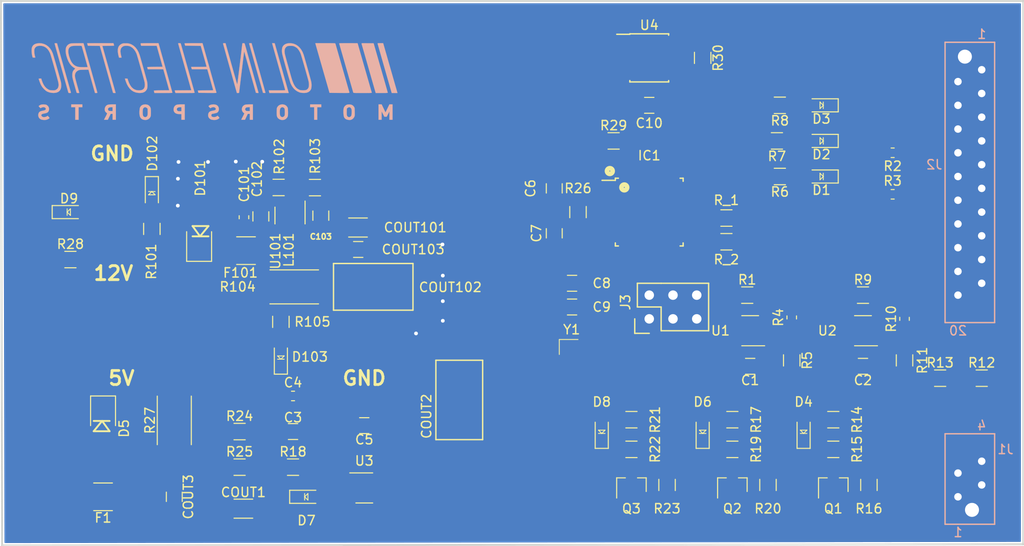
<source format=kicad_pcb>
(kicad_pcb (version 20171130) (host pcbnew 5.1.4-e60b266~84~ubuntu18.04.1)
  (layers (0 F.Cu signal) (31 B.Cu signal hide) (34 B.Paste user) (35 F.Paste user) (36 B.SilkS user) (37 F.SilkS user) (38 B.Mask user) (39 F.Mask user) (44 Edge.Cuts user))
  (net 0 "")
  (net 1 GND)
  (net 2 /12V)
  (net 3 VCC)
  (net 4 "Net-(C101-Pad1)")
  (net 5 "Net-(C103-Pad2)")
  (net 6 "Net-(C103-Pad1)")
  (net 7 "Net-(COUT101-Pad1)")
  (net 8 "Net-(D102-Pad2)")
  (net 9 "Net-(D103-Pad2)")
  (net 10 "Net-(R102-Pad1)")
  (net 11 "Net-(C3-Pad1)")
  (net 12 "Net-(C5-Pad1)")
  (net 13 "Net-(C5-Pad2)")
  (net 14 "Net-(C7-Pad1)")
  (net 15 "Net-(C8-Pad1)")
  (net 16 "Net-(C9-Pad1)")
  (net 17 "Net-(COUT1-Pad1)")
  (net 18 "Net-(D1-Pad1)")
  (net 19 /PROGRAMMINGLED1)
  (net 20 "Net-(D2-Pad1)")
  (net 21 /PROGRAMMINGLED2)
  (net 22 /PROGRAMMINGLED3)
  (net 23 "Net-(D3-Pad1)")
  (net 24 "Net-(D4-Pad2)")
  (net 25 +12V)
  (net 26 "Net-(D6-Pad2)")
  (net 27 "Net-(D7-Pad2)")
  (net 28 "Net-(D8-Pad2)")
  (net 29 "Net-(D9-Pad2)")
  (net 30 /MISO)
  (net 31 /MOSI)
  (net 32 "Net-(IC1-Pad3)")
  (net 33 /TXCAN)
  (net 34 /RXCAN)
  (net 35 "Net-(IC1-Pad8)")
  (net 36 "Net-(IC1-Pad9)")
  (net 37 /SCK)
  (net 38 /DRIVE_MODE_SENSE)
  (net 39 "Net-(IC1-Pad14)")
  (net 40 "Net-(IC1-Pad15)")
  (net 41 "Net-(IC1-Pad16)")
  (net 42 /THROTTLE1SENSING)
  (net 43 /THROTTLE2SENSING)
  (net 44 "Net-(IC1-Pad21)")
  (net 45 "Net-(IC1-Pad25)")
  (net 46 /SS_ESTOP_OUT)
  (net 47 /SS_INERTIA_OUT)
  (net 48 /SS_BOTS_OUT)
  (net 49 "Net-(IC1-Pad29)")
  (net 50 "Net-(IC1-Pad30)")
  (net 51 /RESET)
  (net 52 "Net-(IC1-Pad32)")
  (net 53 /SS_COCKPIT_ESTOP)
  (net 54 /SS_BOTS)
  (net 55 /SS_INERTIA_SWITCH)
  (net 56 /CANH)
  (net 57 /CANL)
  (net 58 "Net-(J2-Pad10)")
  (net 59 /THROTTLE1_RIGHT_SENSE)
  (net 60 "Net-(J2-Pad13)")
  (net 61 /THROTTLE2_LEFT_SENSE)
  (net 62 /LED1)
  (net 63 /LED2)
  (net 64 "Net-(R4-Pad2)")
  (net 65 "Net-(R10-Pad2)")
  (net 66 /GND_DRIVEMODE)
  (net 67 "Net-(R24-Pad1)")
  (net 68 "Net-(U4-Pad5)")
  (module footprints:R_0805_OEM (layer F.Cu) (at 187.325 124.46)
    (fp_text reference R15 (at 2.54 0 90) (layer F.SilkS))
    (fp_text value R_100k hide)
    (pad 1 smd rect (at -0.95 0) (size 0.7 1.3) (layers F.Cu F.Paste F.Mask) (net 55 /SS_INERTIA_SWITCH))
    (pad 2 smd rect (at 0.95 0) (size 0.7 1.3) (layers F.Cu F.Paste F.Mask) (net 1 GND))
  )
  (module footprints:phoenix (layer B.Cu) (at 242.57 101.6 180)
    (fp_text reference G*** hide)
    (fp_text value LOGO hide)
  )
  (module footprints:Fuse_1812 (layer F.Cu) (at 135.3693 107.061)
    (fp_text reference COUT102 (at 10.9957 0.049) (layer F.SilkS))
    (fp_text value C_33uF hide)
    (pad 1 smd rect (at 0 0) (size 1.78 3.5) (layers F.Cu F.Paste F.Mask) (net 7 "Net-(COUT101-Pad1)"))
    (pad 2 smd rect (at 5.28 0) (size 1.78 3.5) (layers F.Cu F.Paste F.Mask) (net 1 GND))
  )
  (module footprints:C_0805_OEM (layer F.Cu) (at 132.5118 99.441 90)
    (fp_text reference C103 (at -2.244 0.0032) (layer F.SilkS) (effects (font (size 0.6 0.6))))
    (fp_text value C_0.1uF hide)
    (pad 2 smd rect (at 1 0 90) (size 1 1.25) (layers F.Cu F.Paste F.Mask) (net 5 "Net-(C103-Pad2)"))
    (pad 1 smd rect (at -1 0 90) (size 1 1.25) (layers F.Cu F.Paste F.Mask) (net 6 "Net-(C103-Pad1)"))
  )
  (module footprints:C_0805_OEM (layer F.Cu) (at 126.0983 99.5205 90)
    (fp_text reference C102 (at 3.9855 -0.4083 270) (layer F.SilkS))
    (fp_text value C_2.2uF hide)
    (pad 1 smd rect (at -1 0 90) (size 1 1.25) (layers F.Cu F.Paste F.Mask) (net 4 "Net-(C101-Pad1)"))
    (pad 2 smd rect (at 1 0 90) (size 1 1.25) (layers F.Cu F.Paste F.Mask) (net 1 GND))
  )
  (module footprints:C_0603_1608Metric (layer F.Cu) (at 124.29236 99.61118 90)
    (fp_text reference C101 (at 3.52618 0.02264 270) (layer F.SilkS))
    (fp_text value C_0.1uF hide)
    (pad 1 smd roundrect (at -0.7875 0 90) (size 0.875 0.95) (layers F.Cu F.Paste F.Mask) (net 4 "Net-(C101-Pad1)"))
    (pad 2 smd roundrect (at 0.7875 0 90) (size 0.875 0.95) (layers F.Cu F.Paste F.Mask) (net 1 GND))
  )
  (module footprints:Fuse_1210 (layer F.Cu) (at 124.5108 103.1875 180)
    (fp_text reference F101 (at 0.5958 -2.3725 180) (layer F.SilkS))
    (fp_text value F_500mA_16V hide)
    (pad 2 smd rect (at 1.45 0 180) (size 0.9 2.5) (layers F.Cu F.Paste F.Mask) (net 2 /12V))
    (pad 1 smd rect (at -1.45 0 180) (size 0.9 2.5) (layers F.Cu F.Paste F.Mask) (net 4 "Net-(C101-Pad1)"))
  )
  (module footprints:L_100uH (layer F.Cu) (at 132.0167 103.12654)
    (fp_text reference L101 (at -2.9267 -0.01654 270) (layer F.SilkS))
    (fp_text value L_100uH hide)
    (pad 1 smd rect (at -1.6 0) (size 1.2 2) (layers F.Cu F.Paste F.Mask) (net 6 "Net-(C103-Pad1)"))
    (pad 2 smd rect (at 1.6 0) (size 1.2 2) (layers F.Cu F.Paste F.Mask) (net 7 "Net-(COUT101-Pad1)"))
  )
  (module footprints:R_0805_OEM (layer F.Cu) (at 131.88442 96.43872 180)
    (fp_text reference R103 (at -0.03058 3.37872 270) (layer F.SilkS))
    (fp_text value R_100K hide)
    (pad 1 smd rect (at -0.95 0 180) (size 0.7 1.3) (layers F.Cu F.Paste F.Mask) (net 7 "Net-(COUT101-Pad1)"))
    (pad 2 smd rect (at 0.95 0 180) (size 0.7 1.3) (layers F.Cu F.Paste F.Mask) (net 10 "Net-(R102-Pad1)"))
  )
  (module footprints:R_0805_OEM (layer F.Cu) (at 127.99822 96.42348 180)
    (fp_text reference R102 (at -0.06678 3.31348 270) (layer F.SilkS))
    (fp_text value R_25K hide)
    (pad 2 smd rect (at 0.95 0 180) (size 0.7 1.3) (layers F.Cu F.Paste F.Mask) (net 1 GND))
    (pad 1 smd rect (at -0.95 0 180) (size 0.7 1.3) (layers F.Cu F.Paste F.Mask) (net 10 "Net-(R102-Pad1)"))
  )
  (module footprints:R_0805_OEM (layer F.Cu) (at 128.24 110.81 270)
    (fp_text reference R105 (at 0 -3.375) (layer F.SilkS))
    (fp_text value R_200 hide)
    (pad 1 smd rect (at -0.95 0 270) (size 0.7 1.3) (layers F.Cu F.Paste F.Mask) (net 3 VCC))
    (pad 2 smd rect (at 0.95 0 270) (size 0.7 1.3) (layers F.Cu F.Paste F.Mask) (net 9 "Net-(D103-Pad2)"))
  )
  (module footprints:R_2512_OEM (layer F.Cu) (at 129.6682 107.06608 180)
    (fp_text reference R104 (at 6.0532 0.00608 180) (layer F.SilkS))
    (fp_text value R_0_2512 hide)
    (pad 1 smd rect (at -3.1 0 180) (size 1 3.2) (layers F.Cu F.Paste F.Mask) (net 7 "Net-(COUT101-Pad1)"))
    (pad 2 smd rect (at 3.1 0 180) (size 1 3.2) (layers F.Cu F.Paste F.Mask) (net 3 VCC))
  )
  (module footprints:SOT-23-6_OEM (layer F.Cu) (at 129.2176 99.4258 270)
    (fp_text reference U101 (at 3.8092 1.5526 270) (layer F.SilkS))
    (fp_text value TPS560430YF hide)
    (pad 1 smd rect (at -1.1 -0.95 270) (size 1.06 0.65) (layers F.Cu F.Paste F.Mask) (net 5 "Net-(C103-Pad2)"))
    (pad 2 smd rect (at -1.1 0 270) (size 1.06 0.65) (layers F.Cu F.Paste F.Mask) (net 1 GND))
    (pad 3 smd rect (at -1.1 0.95 270) (size 1.06 0.65) (layers F.Cu F.Paste F.Mask) (net 10 "Net-(R102-Pad1)"))
    (pad 4 smd rect (at 1.1 0.95 270) (size 1.06 0.65) (layers F.Cu F.Paste F.Mask) (net 4 "Net-(C101-Pad1)"))
    (pad 6 smd rect (at 1.1 -0.95 270) (size 1.06 0.65) (layers F.Cu F.Paste F.Mask) (net 6 "Net-(C103-Pad1)"))
    (pad 5 smd rect (at 1.1 0 270) (size 1.06 0.65) (layers F.Cu F.Paste F.Mask) (net 4 "Net-(C101-Pad1)"))
  )
  (module footprints:C_1206_OEM (layer F.Cu) (at 136.4883 100.711)
    (fp_text reference COUT101 (at 6.1267 -0.001) (layer F.SilkS))
    (fp_text value C_22uF hide)
    (pad 1 smd rect (at -1.5 0) (size 1 1.6) (layers F.Cu F.Paste F.Mask) (net 7 "Net-(COUT101-Pad1)"))
    (pad 2 smd rect (at 1.5 0) (size 1 1.6) (layers F.Cu F.Paste F.Mask) (net 1 GND))
  )
  (module footprints:C_0805_OEM (layer F.Cu) (at 136.5123 103.0605)
    (fp_text reference COUT103 (at 5.8777 -0.0005) (layer F.SilkS))
    (fp_text value C_47uF hide)
    (pad 1 smd rect (at -1 0) (size 1 1.25) (layers F.Cu F.Paste F.Mask) (net 7 "Net-(COUT101-Pad1)"))
    (pad 2 smd rect (at 1 0) (size 1 1.25) (layers F.Cu F.Paste F.Mask) (net 1 GND))
  )
  (module footprints:DO-214AA (layer F.Cu) (at 119.4943 101.1555 90)
    (fp_text reference D101 (at 5.7205 0.1207 270) (layer F.SilkS))
    (fp_text value D_Zener_18V hide)
    (pad 2 smd rect (at 2.032 0 270) (size 1.778 2.159) (layers F.Cu F.Paste F.Mask) (net 1 GND))
    (pad 1 smd rect (at -2.032 0 270) (size 1.778 2.159) (layers F.Cu F.Paste F.Mask) (net 2 /12V))
  )
  (module footprints:LED_0805_OEM (layer F.Cu) (at 128.24 114.61 90)
    (fp_text reference D103 (at 0.05 3.1 180) (layer F.SilkS))
    (fp_text value LED_0805 hide)
    (pad 2 smd rect (at 1.1 0 270) (size 1.2 1.2) (layers F.Cu F.Paste F.Mask) (net 9 "Net-(D103-Pad2)"))
    (pad 1 smd rect (at -1.1 0 270) (size 1.2 1.2) (layers F.Cu F.Paste F.Mask) (net 1 GND))
  )
  (module footprints:Logo_Large (layer B.Cu) (at 121.158 85.09 180)
    (fp_text reference G*** hide)
    (fp_text value LOGO hide)
  )
  (module footprints:LED_0805_OEM (layer F.Cu) (at 114.44 97.06 270)
    (fp_text reference D102 (at -4.275 -0.05 90) (layer F.SilkS))
    (fp_text value LED_0805 hide)
    (pad 2 smd rect (at 1.1 0 90) (size 1.2 1.2) (layers F.Cu F.Paste F.Mask) (net 8 "Net-(D102-Pad2)"))
    (pad 1 smd rect (at -1.1 0 90) (size 1.2 1.2) (layers F.Cu F.Paste F.Mask) (net 1 GND))
  )
  (module footprints:R_0805_OEM (layer F.Cu) (at 114.44 100.86 90)
    (fp_text reference R101 (at -3.5 -0.05 270) (layer F.SilkS))
    (fp_text value R_200 hide)
    (pad 1 smd rect (at -0.95 0 90) (size 0.7 1.3) (layers F.Cu F.Paste F.Mask) (net 4 "Net-(C101-Pad1)"))
    (pad 2 smd rect (at 0.95 0 90) (size 0.7 1.3) (layers F.Cu F.Paste F.Mask) (net 8 "Net-(D102-Pad2)"))
  )
  (module footprints:C_0805_OEM (layer F.Cu) (at 178.435 115.57 180)
    (fp_text reference C1 (at 0 -1.5) (layer F.SilkS))
    (fp_text value C_0.1uF hide)
    (pad 1 smd rect (at -1 0 180) (size 1 1.25) (layers F.Cu F.Paste F.Mask) (net 1 GND))
    (pad 2 smd rect (at 1 0 180) (size 1 1.25) (layers F.Cu F.Paste F.Mask) (net 3 VCC))
  )
  (module footprints:C_0805_OEM (layer F.Cu) (at 190.5 115.57 180)
    (fp_text reference C2 (at 0 -1.5) (layer F.SilkS))
    (fp_text value C_0.1uF hide)
    (pad 2 smd rect (at 1 0 180) (size 1 1.25) (layers F.Cu F.Paste F.Mask) (net 3 VCC))
    (pad 1 smd rect (at -1 0 180) (size 1 1.25) (layers F.Cu F.Paste F.Mask) (net 1 GND))
  )
  (module footprints:C_0805_OEM (layer F.Cu) (at 129.54 122.555)
    (fp_text reference C3 (at 0 -1.5) (layer F.SilkS))
    (fp_text value C_0.1uF hide)
    (pad 2 smd rect (at 1 0) (size 1 1.25) (layers F.Cu F.Paste F.Mask) (net 1 GND))
    (pad 1 smd rect (at -1 0) (size 1 1.25) (layers F.Cu F.Paste F.Mask) (net 11 "Net-(C3-Pad1)"))
  )
  (module footprints:C_0603_1608Metric (layer F.Cu) (at 129.54 118.745)
    (fp_text reference C4 (at 0 -1.43) (layer F.SilkS))
    (fp_text value C_2.2uF)
    (pad 2 smd roundrect (at 0.7875 0) (size 0.875 0.95) (layers F.Cu F.Paste F.Mask) (net 1 GND))
    (pad 1 smd roundrect (at -0.7875 0) (size 0.875 0.95) (layers F.Cu F.Paste F.Mask) (net 11 "Net-(C3-Pad1)"))
  )
  (module footprints:C_0805_OEM (layer F.Cu) (at 137.16 121.92 180)
    (fp_text reference C5 (at 0 -1.5) (layer F.SilkS))
    (fp_text value C_0.1uF hide)
    (pad 1 smd rect (at -1 0 180) (size 1 1.25) (layers F.Cu F.Paste F.Mask) (net 12 "Net-(C5-Pad1)"))
    (pad 2 smd rect (at 1 0 180) (size 1 1.25) (layers F.Cu F.Paste F.Mask) (net 13 "Net-(C5-Pad2)"))
  )
  (module footprints:C_0805_OEM (layer F.Cu) (at 157.48 96.52 270)
    (fp_text reference C6 (at 0 2.54 270) (layer F.SilkS))
    (fp_text value C_0.1uF hide)
    (pad 1 smd rect (at -1 0 270) (size 1 1.25) (layers F.Cu F.Paste F.Mask) (net 3 VCC))
    (pad 2 smd rect (at 1 0 270) (size 1 1.25) (layers F.Cu F.Paste F.Mask) (net 1 GND))
  )
  (module footprints:C_0805_OEM (layer F.Cu) (at 157.48 101.33 270)
    (fp_text reference C7 (at 0 1.905 90) (layer F.SilkS))
    (fp_text value C_100pF hide)
    (pad 2 smd rect (at 1 0 270) (size 1 1.25) (layers F.Cu F.Paste F.Mask) (net 1 GND))
    (pad 1 smd rect (at -1 0 270) (size 1 1.25) (layers F.Cu F.Paste F.Mask) (net 14 "Net-(C7-Pad1)"))
  )
  (module footprints:C_0805_OEM (layer F.Cu) (at 159.385 106.68 180)
    (fp_text reference C8 (at -3.175 0) (layer F.SilkS))
    (fp_text value C_30pF hide)
    (pad 2 smd rect (at 1 0 180) (size 1 1.25) (layers F.Cu F.Paste F.Mask) (net 1 GND))
    (pad 1 smd rect (at -1 0 180) (size 1 1.25) (layers F.Cu F.Paste F.Mask) (net 15 "Net-(C8-Pad1)"))
  )
  (module footprints:C_0805_OEM (layer F.Cu) (at 159.385 109.22 180)
    (fp_text reference C9 (at -3.175 0) (layer F.SilkS))
    (fp_text value C_30pF hide)
    (pad 2 smd rect (at 1 0 180) (size 1 1.25) (layers F.Cu F.Paste F.Mask) (net 1 GND))
    (pad 1 smd rect (at -1 0 180) (size 1 1.25) (layers F.Cu F.Paste F.Mask) (net 16 "Net-(C9-Pad1)"))
  )
  (module footprints:C_0805_OEM (layer F.Cu) (at 167.64 87.63)
    (fp_text reference C10 (at 0 1.905) (layer F.SilkS))
    (fp_text value C_0.1uF hide)
    (pad 2 smd rect (at 1 0) (size 1 1.25) (layers F.Cu F.Paste F.Mask) (net 1 GND))
    (pad 1 smd rect (at -1 0) (size 1 1.25) (layers F.Cu F.Paste F.Mask) (net 3 VCC))
  )
  (module footprints:C_1206_OEM (layer F.Cu) (at 124.23 130.81)
    (fp_text reference COUT1 (at 0 -1.75) (layer F.SilkS))
    (fp_text value C_22uF hide)
    (pad 2 smd rect (at 1.5 0) (size 1 1.6) (layers F.Cu F.Paste F.Mask) (net 1 GND))
    (pad 1 smd rect (at -1.5 0) (size 1 1.6) (layers F.Cu F.Paste F.Mask) (net 17 "Net-(COUT1-Pad1)"))
  )
  (module footprints:Fuse_1812 (layer F.Cu) (at 147.32 121.92 90)
    (fp_text reference COUT2 (at 1 -3.5 90) (layer F.SilkS))
    (fp_text value C_33uF hide)
    (pad 2 smd rect (at 5.28 0 90) (size 1.78 3.5) (layers F.Cu F.Paste F.Mask) (net 1 GND))
    (pad 1 smd rect (at 0 0 90) (size 1.78 3.5) (layers F.Cu F.Paste F.Mask) (net 17 "Net-(COUT1-Pad1)"))
  )
  (module footprints:C_0805_OEM (layer F.Cu) (at 116.84 129.54 270)
    (fp_text reference COUT3 (at 0 -1.5 90) (layer F.SilkS))
    (fp_text value C_47uF hide)
    (pad 1 smd rect (at -1 0 270) (size 1 1.25) (layers F.Cu F.Paste F.Mask) (net 17 "Net-(COUT1-Pad1)"))
    (pad 2 smd rect (at 1 0 270) (size 1 1.25) (layers F.Cu F.Paste F.Mask) (net 1 GND))
  )
  (module footprints:LED_0805_OEM (layer F.Cu) (at 186.055 95.25 180)
    (fp_text reference D1 (at 0 -1.45) (layer F.SilkS))
    (fp_text value LED_0805 hide)
    (pad 1 smd rect (at -1.1 0) (size 1.2 1.2) (layers F.Cu F.Paste F.Mask) (net 18 "Net-(D1-Pad1)"))
    (pad 2 smd rect (at 1.1 0) (size 1.2 1.2) (layers F.Cu F.Paste F.Mask) (net 19 /PROGRAMMINGLED1))
  )
  (module footprints:LED_0805_OEM (layer F.Cu) (at 186.055 91.44 180)
    (fp_text reference D2 (at 0 -1.45) (layer F.SilkS))
    (fp_text value LED_0805 hide)
    (pad 1 smd rect (at -1.1 0) (size 1.2 1.2) (layers F.Cu F.Paste F.Mask) (net 20 "Net-(D2-Pad1)"))
    (pad 2 smd rect (at 1.1 0) (size 1.2 1.2) (layers F.Cu F.Paste F.Mask) (net 21 /PROGRAMMINGLED2))
  )
  (module footprints:LED_0805_OEM (layer F.Cu) (at 186.055 87.63 180)
    (fp_text reference D3 (at 0 -1.45) (layer F.SilkS))
    (fp_text value LED_0805 hide)
    (pad 2 smd rect (at 1.1 0) (size 1.2 1.2) (layers F.Cu F.Paste F.Mask) (net 22 /PROGRAMMINGLED3))
    (pad 1 smd rect (at -1.1 0) (size 1.2 1.2) (layers F.Cu F.Paste F.Mask) (net 23 "Net-(D3-Pad1)"))
  )
  (module footprints:LED_0805_OEM (layer F.Cu) (at 184.15 122.555 90)
    (fp_text reference D4 (at 3.175 0) (layer F.SilkS))
    (fp_text value LED_0805 hide)
    (pad 1 smd rect (at -1.1 0 270) (size 1.2 1.2) (layers F.Cu F.Paste F.Mask) (net 1 GND))
    (pad 2 smd rect (at 1.1 0 270) (size 1.2 1.2) (layers F.Cu F.Paste F.Mask) (net 24 "Net-(D4-Pad2)"))
  )
  (module footprints:DO-214AA (layer F.Cu) (at 109.22 121.92 270)
    (fp_text reference D5 (at 0.3 -2.25 90) (layer F.SilkS))
    (fp_text value D_Zener_18V hide)
    (pad 1 smd rect (at -2.032 0 90) (size 1.778 2.159) (layers F.Cu F.Paste F.Mask) (net 25 +12V))
    (pad 2 smd rect (at 2.032 0 90) (size 1.778 2.159) (layers F.Cu F.Paste F.Mask) (net 1 GND))
  )
  (module footprints:LED_0805_OEM (layer F.Cu) (at 173.355 122.555 90)
    (fp_text reference D6 (at 3.175 0) (layer F.SilkS))
    (fp_text value LED_0805 hide)
    (pad 2 smd rect (at 1.1 0 270) (size 1.2 1.2) (layers F.Cu F.Paste F.Mask) (net 26 "Net-(D6-Pad2)"))
    (pad 1 smd rect (at -1.1 0 270) (size 1.2 1.2) (layers F.Cu F.Paste F.Mask) (net 1 GND))
  )
  (module footprints:LED_0805_OEM (layer F.Cu) (at 130.98 129.54)
    (fp_text reference D7 (at 0 2.54) (layer F.SilkS))
    (fp_text value LED_0805 hide)
    (pad 1 smd rect (at -1.1 0 180) (size 1.2 1.2) (layers F.Cu F.Paste F.Mask) (net 1 GND))
    (pad 2 smd rect (at 1.1 0 180) (size 1.2 1.2) (layers F.Cu F.Paste F.Mask) (net 27 "Net-(D7-Pad2)"))
  )
  (module footprints:LED_0805_OEM (layer F.Cu) (at 162.56 122.555 90)
    (fp_text reference D8 (at 3.175 0) (layer F.SilkS))
    (fp_text value LED_0805 hide)
    (pad 1 smd rect (at -1.1 0 270) (size 1.2 1.2) (layers F.Cu F.Paste F.Mask) (net 1 GND))
    (pad 2 smd rect (at 1.1 0 270) (size 1.2 1.2) (layers F.Cu F.Paste F.Mask) (net 28 "Net-(D8-Pad2)"))
  )
  (module footprints:LED_0805_OEM (layer F.Cu) (at 105.58 99.06)
    (fp_text reference D9 (at 0 -1.45) (layer F.SilkS))
    (fp_text value LED_0805 hide)
    (pad 1 smd rect (at -1.1 0 180) (size 1.2 1.2) (layers F.Cu F.Paste F.Mask) (net 1 GND))
    (pad 2 smd rect (at 1.1 0 180) (size 1.2 1.2) (layers F.Cu F.Paste F.Mask) (net 29 "Net-(D9-Pad2)"))
  )
  (module footprints:Fuse_1210 (layer F.Cu) (at 109.22 129.54 180)
    (fp_text reference F1 (at 0 -2.25) (layer F.SilkS))
    (fp_text value F_500mA_16V hide)
    (pad 1 smd rect (at -1.45 0 180) (size 0.9 2.5) (layers F.Cu F.Paste F.Mask) (net 11 "Net-(C3-Pad1)"))
    (pad 2 smd rect (at 1.45 0 180) (size 0.9 2.5) (layers F.Cu F.Paste F.Mask) (net 25 +12V))
  )
  (module footprints:TQFP-32_7x7mm_Pitch0.8mm (layer F.Cu) (at 167.64 99.06)
    (fp_text reference IC1 (at 0 -6.05) (layer F.SilkS))
    (fp_text value ATMEGA16M1 hide)
    (pad 1 smd rect (at -4.25 -2.8) (size 1.6 0.55) (layers F.Cu F.Paste F.Mask) (net 30 /MISO))
    (pad 2 smd rect (at -4.25 -2) (size 1.6 0.55) (layers F.Cu F.Paste F.Mask) (net 31 /MOSI))
    (pad 3 smd rect (at -4.25 -1.2) (size 1.6 0.55) (layers F.Cu F.Paste F.Mask) (net 32 "Net-(IC1-Pad3)"))
    (pad 4 smd rect (at -4.25 -0.4) (size 1.6 0.55) (layers F.Cu F.Paste F.Mask) (net 3 VCC))
    (pad 5 smd rect (at -4.25 0.4) (size 1.6 0.55) (layers F.Cu F.Paste F.Mask) (net 1 GND))
    (pad 6 smd rect (at -4.25 1.2) (size 1.6 0.55) (layers F.Cu F.Paste F.Mask) (net 33 /TXCAN))
    (pad 7 smd rect (at -4.25 2) (size 1.6 0.55) (layers F.Cu F.Paste F.Mask) (net 34 /RXCAN))
    (pad 8 smd rect (at -4.25 2.8) (size 1.6 0.55) (layers F.Cu F.Paste F.Mask) (net 35 "Net-(IC1-Pad8)"))
    (pad 9 smd rect (at -2.8 4.25 90) (size 1.6 0.55) (layers F.Cu F.Paste F.Mask) (net 36 "Net-(IC1-Pad9)"))
    (pad 10 smd rect (at -2 4.25 90) (size 1.6 0.55) (layers F.Cu F.Paste F.Mask) (net 16 "Net-(C9-Pad1)"))
    (pad 11 smd rect (at -1.2 4.25 90) (size 1.6 0.55) (layers F.Cu F.Paste F.Mask) (net 15 "Net-(C8-Pad1)"))
    (pad 12 smd rect (at -0.4 4.25 90) (size 1.6 0.55) (layers F.Cu F.Paste F.Mask) (net 37 /SCK))
    (pad 13 smd rect (at 0.4 4.25 90) (size 1.6 0.55) (layers F.Cu F.Paste F.Mask) (net 38 /DRIVE_MODE_SENSE))
    (pad 14 smd rect (at 1.2 4.25 90) (size 1.6 0.55) (layers F.Cu F.Paste F.Mask) (net 39 "Net-(IC1-Pad14)"))
    (pad 15 smd rect (at 2 4.25 90) (size 1.6 0.55) (layers F.Cu F.Paste F.Mask) (net 40 "Net-(IC1-Pad15)"))
    (pad 16 smd rect (at 2.8 4.25 90) (size 1.6 0.55) (layers F.Cu F.Paste F.Mask) (net 41 "Net-(IC1-Pad16)"))
    (pad 17 smd rect (at 4.25 2.8) (size 1.6 0.55) (layers F.Cu F.Paste F.Mask) (net 42 /THROTTLE1SENSING))
    (pad 18 smd rect (at 4.25 2) (size 1.6 0.55) (layers F.Cu F.Paste F.Mask) (net 43 /THROTTLE2SENSING))
    (pad 19 smd rect (at 4.25 1.2) (size 1.6 0.55) (layers F.Cu F.Paste F.Mask) (net 14 "Net-(C7-Pad1)"))
    (pad 20 smd rect (at 4.25 0.4) (size 1.6 0.55) (layers F.Cu F.Paste F.Mask) (net 1 GND))
    (pad 21 smd rect (at 4.25 -0.4) (size 1.6 0.55) (layers F.Cu F.Paste F.Mask) (net 44 "Net-(IC1-Pad21)"))
    (pad 22 smd rect (at 4.25 -1.2) (size 1.6 0.55) (layers F.Cu F.Paste F.Mask) (net 19 /PROGRAMMINGLED1))
    (pad 23 smd rect (at 4.25 -2) (size 1.6 0.55) (layers F.Cu F.Paste F.Mask) (net 21 /PROGRAMMINGLED2))
    (pad 24 smd rect (at 4.25 -2.8) (size 1.6 0.55) (layers F.Cu F.Paste F.Mask) (net 22 /PROGRAMMINGLED3))
    (pad 25 smd rect (at 2.8 -4.25 90) (size 1.6 0.55) (layers F.Cu F.Paste F.Mask) (net 45 "Net-(IC1-Pad25)"))
    (pad 26 smd rect (at 2 -4.25 90) (size 1.6 0.55) (layers F.Cu F.Paste F.Mask) (net 46 /SS_ESTOP_OUT))
    (pad 27 smd rect (at 1.2 -4.25 90) (size 1.6 0.55) (layers F.Cu F.Paste F.Mask) (net 47 /SS_INERTIA_OUT))
    (pad 28 smd rect (at 0.4 -4.25 90) (size 1.6 0.55) (layers F.Cu F.Paste F.Mask) (net 48 /SS_BOTS_OUT))
    (pad 29 smd rect (at -0.4 -4.25 90) (size 1.6 0.55) (layers F.Cu F.Paste F.Mask) (net 49 "Net-(IC1-Pad29)"))
    (pad 30 smd rect (at -1.2 -4.25 90) (size 1.6 0.55) (layers F.Cu F.Paste F.Mask) (net 50 "Net-(IC1-Pad30)"))
    (pad 31 smd rect (at -2 -4.25 90) (size 1.6 0.55) (layers F.Cu F.Paste F.Mask) (net 51 /RESET))
    (pad 32 smd rect (at -2.8 -4.25 90) (size 1.6 0.55) (layers F.Cu F.Paste F.Mask) (net 52 "Net-(IC1-Pad32)"))
  )
  (module footprints:micromatch_female_vert_4 (layer B.Cu) (at 200.66 124.46)
    (fp_text reference J1 (at 5.08 0) (layer B.SilkS) (effects (justify mirror)))
    (fp_text value micromatch_female_TOP_ENTRY_locking_4 hide)
    (fp_text user 4 (at 2.54 -2.54) (layer B.SilkS) (effects (justify mirror)))
    (fp_text user 1 (at 0 8.89) (layer B.SilkS) (effects (justify mirror)))
    (pad 3 thru_hole circle (at 0 2.54) (size 1.3 1.3) (drill 0.8) (layers *.Cu *.Mask) (net 53 /SS_COCKPIT_ESTOP))
    (pad 1 thru_hole circle (at 0 5.08) (size 1.3 1.3) (drill 0.8) (layers *.Cu *.Mask) (net 54 /SS_BOTS))
    (pad 2 thru_hole circle (at 2.54 3.81) (size 1.3 1.3) (drill 0.8) (layers *.Cu *.Mask) (net 55 /SS_INERTIA_SWITCH))
    (pad 4 thru_hole circle (at 2.54 1.27) (size 1.3 1.3) (drill 0.8) (layers *.Cu *.Mask) (net 1 GND))
    (pad 5 thru_hole circle (at 1.5 6.48) (size 2 2) (drill 1.5) (layers *.Cu *.Mask))
  )
  (module footprints:micromatch_female_vert_20 (layer B.Cu) (at 203.2 88.9 180)
    (fp_text reference J2 (at 5.08 -5.08) (layer B.SilkS) (effects (justify mirror)))
    (fp_text value micromatch_female_TOP_ENTRY_locking_20 hide)
    (fp_text user 20 (at 2.54 -22.86) (layer B.SilkS) (effects (justify mirror)))
    (fp_text user 1 (at 0 8.89) (layer B.SilkS) (effects (justify mirror)))
    (pad 5 thru_hole circle (at 0 0 180) (size 1.3 1.3) (drill 0.8) (layers *.Cu *.Mask) (net 31 /MOSI))
    (pad 3 thru_hole circle (at 0 2.54 180) (size 1.3 1.3) (drill 0.8) (layers *.Cu *.Mask) (net 3 VCC))
    (pad 1 thru_hole circle (at 0 5.08 180) (size 1.3 1.3) (drill 0.8) (layers *.Cu *.Mask) (net 1 GND))
    (pad 7 thru_hole circle (at 0 -2.54 180) (size 1.3 1.3) (drill 0.8) (layers *.Cu *.Mask) (net 51 /RESET))
    (pad 2 thru_hole circle (at 2.54 3.81 180) (size 1.3 1.3) (drill 0.8) (layers *.Cu *.Mask) (net 25 +12V))
    (pad 4 thru_hole circle (at 2.54 1.27 180) (size 1.3 1.3) (drill 0.8) (layers *.Cu *.Mask) (net 30 /MISO))
    (pad 6 thru_hole circle (at 2.54 -1.27 180) (size 1.3 1.3) (drill 0.8) (layers *.Cu *.Mask) (net 37 /SCK))
    (pad 8 thru_hole circle (at 2.54 -3.81 180) (size 1.3 1.3) (drill 0.8) (layers *.Cu *.Mask) (net 56 /CANH))
    (pad 9 thru_hole circle (at 0 -5.08 180) (size 1.3 1.3) (drill 0.8) (layers *.Cu *.Mask) (net 57 /CANL))
    (pad 10 thru_hole circle (at 2.54 -6.35 180) (size 1.3 1.3) (drill 0.8) (layers *.Cu *.Mask) (net 58 "Net-(J2-Pad10)"))
    (pad 11 thru_hole circle (at 0 -7.62 180) (size 1.3 1.3) (drill 0.8) (layers *.Cu *.Mask) (net 59 /THROTTLE1_RIGHT_SENSE))
    (pad 12 thru_hole circle (at 2.54 -8.89 180) (size 1.3 1.3) (drill 0.8) (layers *.Cu *.Mask) (net 1 GND))
    (pad 13 thru_hole circle (at 0 -10.16 180) (size 1.3 1.3) (drill 0.8) (layers *.Cu *.Mask) (net 60 "Net-(J2-Pad13)"))
    (pad 14 thru_hole circle (at 2.54 -11.43 180) (size 1.3 1.3) (drill 0.8) (layers *.Cu *.Mask) (net 61 /THROTTLE2_LEFT_SENSE))
    (pad 15 thru_hole circle (at 0 -12.7 180) (size 1.3 1.3) (drill 0.8) (layers *.Cu *.Mask) (net 1 GND))
    (pad 16 thru_hole circle (at 2.54 -13.97 180) (size 1.3 1.3) (drill 0.8) (layers *.Cu *.Mask) (net 62 /LED1))
    (pad 17 thru_hole circle (at 0 -15.24 180) (size 1.3 1.3) (drill 0.8) (layers *.Cu *.Mask) (net 63 /LED2))
    (pad 18 thru_hole circle (at 2.54 -16.51 180) (size 1.3 1.3) (drill 0.8) (layers *.Cu *.Mask) (net 3 VCC))
    (pad 19 thru_hole circle (at 0 -17.78 180) (size 1.3 1.3) (drill 0.8) (layers *.Cu *.Mask) (net 38 /DRIVE_MODE_SENSE))
    (pad 20 thru_hole circle (at 2.54 -19.05 180) (size 1.3 1.3) (drill 0.8) (layers *.Cu *.Mask) (net 1 GND))
    (pad 21 thru_hole circle (at 1.8 6.48 180) (size 2 2) (drill 1.5) (layers *.Cu *.Mask))
  )
  (module footprints:Pin_Header_Straight_2x03 (layer F.Cu) (at 167.64 110.49 90)
    (fp_text reference J3 (at 1.778 -2.54 90) (layer F.SilkS))
    (fp_text value CONN_02X03 hide)
    (pad 6 thru_hole circle (at 2.54 5.08 90) (size 1.4 1.4) (drill 1.016) (layers *.Cu *.Mask) (net 1 GND))
    (pad 5 thru_hole circle (at 0 5.08 90) (size 1.4 1.4) (drill 1.016) (layers *.Cu *.Mask) (net 51 /RESET))
    (pad 4 thru_hole circle (at 2.54 2.54 90) (size 1.4 1.4) (drill 1.016) (layers *.Cu *.Mask) (net 31 /MOSI))
    (pad 3 thru_hole circle (at 0 2.54 90) (size 1.4 1.4) (drill 1.016) (layers *.Cu *.Mask) (net 37 /SCK))
    (pad 2 thru_hole circle (at 2.54 0 90) (size 1.4 1.4) (drill 1.016) (layers *.Cu *.Mask) (net 3 VCC))
    (pad 1 thru_hole rect (at 0 0 90) (size 1.4 1.4) (drill 1.016) (layers *.Cu *.Mask) (net 30 /MISO))
  )
  (module footprints:SOT-23F (layer F.Cu) (at 187.325 128.27 90)
    (fp_text reference Q1 (at -2.54 0) (layer F.SilkS))
    (fp_text value SSM3K333R hide)
    (pad 3 smd rect (at 1.05 0 90) (size 0.9 0.8) (layers F.Cu F.Paste F.Mask) (net 47 /SS_INERTIA_OUT))
    (pad 2 smd rect (at -1.05 0.95 90) (size 0.9 0.8) (layers F.Cu F.Paste F.Mask) (net 1 GND))
    (pad 1 smd rect (at -1.05 -0.95 90) (size 0.9 0.8) (layers F.Cu F.Paste F.Mask) (net 55 /SS_INERTIA_SWITCH))
  )
  (module footprints:SOT-23F (layer F.Cu) (at 176.53 128.27 90)
    (fp_text reference Q2 (at -2.54 0) (layer F.SilkS))
    (fp_text value SSM3K333R hide)
    (pad 3 smd rect (at 1.05 0 90) (size 0.9 0.8) (layers F.Cu F.Paste F.Mask) (net 46 /SS_ESTOP_OUT))
    (pad 2 smd rect (at -1.05 0.95 90) (size 0.9 0.8) (layers F.Cu F.Paste F.Mask) (net 1 GND))
    (pad 1 smd rect (at -1.05 -0.95 90) (size 0.9 0.8) (layers F.Cu F.Paste F.Mask) (net 53 /SS_COCKPIT_ESTOP))
  )
  (module footprints:SOT-23F (layer F.Cu) (at 165.735 128.27 90)
    (fp_text reference Q3 (at -2.54 0) (layer F.SilkS))
    (fp_text value SSM3K333R hide)
    (pad 1 smd rect (at -1.05 -0.95 90) (size 0.9 0.8) (layers F.Cu F.Paste F.Mask) (net 54 /SS_BOTS))
    (pad 2 smd rect (at -1.05 0.95 90) (size 0.9 0.8) (layers F.Cu F.Paste F.Mask) (net 1 GND))
    (pad 3 smd rect (at 1.05 0 90) (size 0.9 0.8) (layers F.Cu F.Paste F.Mask) (net 48 /SS_BOTS_OUT))
  )
  (module footprints:R_0805_OEM (layer F.Cu) (at 178.12 107.95)
    (fp_text reference R1 (at 0 -1.65) (layer F.SilkS))
    (fp_text value R_1M hide)
    (pad 2 smd rect (at 0.95 0) (size 0.7 1.3) (layers F.Cu F.Paste F.Mask) (net 59 /THROTTLE1_RIGHT_SENSE))
    (pad 1 smd rect (at -0.95 0) (size 0.7 1.3) (layers F.Cu F.Paste F.Mask) (net 3 VCC))
  )
  (module footprints:R_0603_1608Metric (layer F.Cu) (at 193.675 92.71 180)
    (fp_text reference R2 (at 0 -1.43) (layer F.SilkS))
    (fp_text value R_0)
    (pad 2 smd roundrect (at 0.7875 0 180) (size 0.875 0.95) (layers F.Cu F.Paste F.Mask) (net 3 VCC))
    (pad 1 smd roundrect (at -0.7875 0 180) (size 0.875 0.95) (layers F.Cu F.Paste F.Mask) (net 58 "Net-(J2-Pad10)"))
  )
  (module footprints:R_0603_1608Metric (layer F.Cu) (at 193.675 97.155)
    (fp_text reference R3 (at 0 -1.43) (layer F.SilkS))
    (fp_text value R_0)
    (pad 1 smd roundrect (at -0.7875 0) (size 0.875 0.95) (layers F.Cu F.Paste F.Mask) (net 3 VCC))
    (pad 2 smd roundrect (at 0.7875 0) (size 0.875 0.95) (layers F.Cu F.Paste F.Mask) (net 60 "Net-(J2-Pad13)"))
  )
  (module footprints:R_0603_1608Metric (layer F.Cu) (at 182.88 110.3375 90)
    (fp_text reference R4 (at 0 -1.43 90) (layer F.SilkS))
    (fp_text value R_0-formula)
    (pad 2 smd roundrect (at 0.7875 0 90) (size 0.875 0.95) (layers F.Cu F.Paste F.Mask) (net 64 "Net-(R4-Pad2)"))
    (pad 1 smd roundrect (at -0.7875 0 90) (size 0.875 0.95) (layers F.Cu F.Paste F.Mask) (net 43 /THROTTLE2SENSING))
  )
  (module footprints:R_0805_OEM (layer F.Cu) (at 182.88 114.935 270)
    (fp_text reference R5 (at 0 -1.65 90) (layer F.SilkS))
    (fp_text value R_2.2k hide)
    (pad 2 smd rect (at 0.95 0 270) (size 0.7 1.3) (layers F.Cu F.Paste F.Mask) (net 1 GND))
    (pad 1 smd rect (at -0.95 0 270) (size 0.7 1.3) (layers F.Cu F.Paste F.Mask) (net 64 "Net-(R4-Pad2)"))
  )
  (module footprints:R_0805_OEM (layer F.Cu) (at 181.61 95.25 180)
    (fp_text reference R6 (at 0 -1.65) (layer F.SilkS))
    (fp_text value R_200 hide)
    (pad 1 smd rect (at -0.95 0 180) (size 0.7 1.3) (layers F.Cu F.Paste F.Mask) (net 18 "Net-(D1-Pad1)"))
    (pad 2 smd rect (at 0.95 0 180) (size 0.7 1.3) (layers F.Cu F.Paste F.Mask) (net 1 GND))
  )
  (module footprints:R_0805_OEM (layer F.Cu) (at 181.295 91.44 180)
    (fp_text reference R7 (at 0 -1.65) (layer F.SilkS))
    (fp_text value R_200 hide)
    (pad 1 smd rect (at -0.95 0 180) (size 0.7 1.3) (layers F.Cu F.Paste F.Mask) (net 20 "Net-(D2-Pad1)"))
    (pad 2 smd rect (at 0.95 0 180) (size 0.7 1.3) (layers F.Cu F.Paste F.Mask) (net 1 GND))
  )
  (module footprints:R_0805_OEM (layer F.Cu) (at 181.61 87.63 180)
    (fp_text reference R8 (at 0 -1.65) (layer F.SilkS))
    (fp_text value R_200 hide)
    (pad 2 smd rect (at 0.95 0 180) (size 0.7 1.3) (layers F.Cu F.Paste F.Mask) (net 1 GND))
    (pad 1 smd rect (at -0.95 0 180) (size 0.7 1.3) (layers F.Cu F.Paste F.Mask) (net 23 "Net-(D3-Pad1)"))
  )
  (module footprints:R_0805_OEM (layer F.Cu) (at 190.5 107.95)
    (fp_text reference R9 (at 0 -1.65) (layer F.SilkS))
    (fp_text value R_1M hide)
    (pad 1 smd rect (at -0.95 0) (size 0.7 1.3) (layers F.Cu F.Paste F.Mask) (net 3 VCC))
    (pad 2 smd rect (at 0.95 0) (size 0.7 1.3) (layers F.Cu F.Paste F.Mask) (net 61 /THROTTLE2_LEFT_SENSE))
  )
  (module footprints:R_0603_1608Metric (layer F.Cu) (at 194.945 110.49 90)
    (fp_text reference R10 (at 0 -1.43 90) (layer F.SilkS))
    (fp_text value R_0-formula)
    (pad 1 smd roundrect (at -0.7875 0 90) (size 0.875 0.95) (layers F.Cu F.Paste F.Mask) (net 42 /THROTTLE1SENSING))
    (pad 2 smd roundrect (at 0.7875 0 90) (size 0.875 0.95) (layers F.Cu F.Paste F.Mask) (net 65 "Net-(R10-Pad2)"))
  )
  (module footprints:R_0805_OEM (layer F.Cu) (at 194.945 114.935 270)
    (fp_text reference R11 (at 0 -1.905 90) (layer F.SilkS))
    (fp_text value R_2.2k hide)
    (pad 1 smd rect (at -0.95 0 270) (size 0.7 1.3) (layers F.Cu F.Paste F.Mask) (net 65 "Net-(R10-Pad2)"))
    (pad 2 smd rect (at 0.95 0 270) (size 0.7 1.3) (layers F.Cu F.Paste F.Mask) (net 1 GND))
  )
  (module footprints:R_0805_OEM (layer F.Cu) (at 203.2 116.84)
    (fp_text reference R12 (at 0 -1.65) (layer F.SilkS))
    (fp_text value R_22K hide)
    (pad 2 smd rect (at 0.95 0) (size 0.7 1.3) (layers F.Cu F.Paste F.Mask) (net 66 /GND_DRIVEMODE))
    (pad 1 smd rect (at -0.95 0) (size 0.7 1.3) (layers F.Cu F.Paste F.Mask) (net 1 GND))
  )
  (module footprints:R_0805_OEM (layer F.Cu) (at 198.755 116.84)
    (fp_text reference R13 (at 0 -1.65) (layer F.SilkS))
    (fp_text value R_22K hide)
    (pad 1 smd rect (at -0.95 0) (size 0.7 1.3) (layers F.Cu F.Paste F.Mask) (net 38 /DRIVE_MODE_SENSE))
    (pad 2 smd rect (at 0.95 0) (size 0.7 1.3) (layers F.Cu F.Paste F.Mask) (net 1 GND))
  )
  (module footprints:R_0805_OEM (layer F.Cu) (at 187.325 121.285)
    (fp_text reference R14 (at 2.54 0 270) (layer F.SilkS))
    (fp_text value R_1k hide)
    (pad 2 smd rect (at 0.95 0) (size 0.7 1.3) (layers F.Cu F.Paste F.Mask) (net 24 "Net-(D4-Pad2)"))
    (pad 1 smd rect (at -0.95 0) (size 0.7 1.3) (layers F.Cu F.Paste F.Mask) (net 55 /SS_INERTIA_SWITCH))
  )
  (module footprints:R_0805_OEM (layer F.Cu) (at 191.135 128.27 270)
    (fp_text reference R16 (at 2.54 0) (layer F.SilkS))
    (fp_text value R_10k hide)
    (pad 2 smd rect (at 0.95 0 270) (size 0.7 1.3) (layers F.Cu F.Paste F.Mask) (net 47 /SS_INERTIA_OUT))
    (pad 1 smd rect (at -0.95 0 270) (size 0.7 1.3) (layers F.Cu F.Paste F.Mask) (net 3 VCC))
  )
  (module footprints:R_0805_OEM (layer F.Cu) (at 176.53 121.285)
    (fp_text reference R17 (at 2.54 0 270) (layer F.SilkS))
    (fp_text value R_1k hide)
    (pad 1 smd rect (at -0.95 0) (size 0.7 1.3) (layers F.Cu F.Paste F.Mask) (net 53 /SS_COCKPIT_ESTOP))
    (pad 2 smd rect (at 0.95 0) (size 0.7 1.3) (layers F.Cu F.Paste F.Mask) (net 26 "Net-(D6-Pad2)"))
  )
  (module footprints:R_0805_OEM (layer F.Cu) (at 129.54 126.365)
    (fp_text reference R18 (at 0 -1.65) (layer F.SilkS))
    (fp_text value R_200 hide)
    (pad 1 smd rect (at -0.95 0) (size 0.7 1.3) (layers F.Cu F.Paste F.Mask) (net 11 "Net-(C3-Pad1)"))
    (pad 2 smd rect (at 0.95 0) (size 0.7 1.3) (layers F.Cu F.Paste F.Mask) (net 27 "Net-(D7-Pad2)"))
  )
  (module footprints:R_0805_OEM (layer F.Cu) (at 176.53 124.46)
    (fp_text reference R19 (at 2.54 0 270) (layer F.SilkS))
    (fp_text value R_100k hide)
    (pad 2 smd rect (at 0.95 0) (size 0.7 1.3) (layers F.Cu F.Paste F.Mask) (net 1 GND))
    (pad 1 smd rect (at -0.95 0) (size 0.7 1.3) (layers F.Cu F.Paste F.Mask) (net 53 /SS_COCKPIT_ESTOP))
  )
  (module footprints:R_0805_OEM (layer F.Cu) (at 180.34 128.27 270)
    (fp_text reference R20 (at 2.54 0 180) (layer F.SilkS))
    (fp_text value R_10k hide)
    (pad 1 smd rect (at -0.95 0 270) (size 0.7 1.3) (layers F.Cu F.Paste F.Mask) (net 3 VCC))
    (pad 2 smd rect (at 0.95 0 270) (size 0.7 1.3) (layers F.Cu F.Paste F.Mask) (net 46 /SS_ESTOP_OUT))
  )
  (module footprints:R_0805_OEM (layer F.Cu) (at 165.735 121.285)
    (fp_text reference R21 (at 2.54 0 270) (layer F.SilkS))
    (fp_text value R_1k hide)
    (pad 2 smd rect (at 0.95 0) (size 0.7 1.3) (layers F.Cu F.Paste F.Mask) (net 28 "Net-(D8-Pad2)"))
    (pad 1 smd rect (at -0.95 0) (size 0.7 1.3) (layers F.Cu F.Paste F.Mask) (net 54 /SS_BOTS))
  )
  (module footprints:R_0805_OEM (layer F.Cu) (at 165.735 124.46)
    (fp_text reference R22 (at 2.54 0 270) (layer F.SilkS))
    (fp_text value R_100k hide)
    (pad 1 smd rect (at -0.95 0) (size 0.7 1.3) (layers F.Cu F.Paste F.Mask) (net 54 /SS_BOTS))
    (pad 2 smd rect (at 0.95 0) (size 0.7 1.3) (layers F.Cu F.Paste F.Mask) (net 1 GND))
  )
  (module footprints:R_0805_OEM (layer F.Cu) (at 169.545 128.27 270)
    (fp_text reference R23 (at 2.54 0 180) (layer F.SilkS))
    (fp_text value R_10k hide)
    (pad 1 smd rect (at -0.95 0 270) (size 0.7 1.3) (layers F.Cu F.Paste F.Mask) (net 3 VCC))
    (pad 2 smd rect (at 0.95 0 270) (size 0.7 1.3) (layers F.Cu F.Paste F.Mask) (net 48 /SS_BOTS_OUT))
  )
  (module footprints:R_0805_OEM (layer F.Cu) (at 123.825 122.555)
    (fp_text reference R24 (at 0 -1.65) (layer F.SilkS))
    (fp_text value R_25K hide)
    (pad 1 smd rect (at -0.95 0) (size 0.7 1.3) (layers F.Cu F.Paste F.Mask) (net 67 "Net-(R24-Pad1)"))
    (pad 2 smd rect (at 0.95 0) (size 0.7 1.3) (layers F.Cu F.Paste F.Mask) (net 1 GND))
  )
  (module footprints:R_0805_OEM (layer F.Cu) (at 123.825 126.365)
    (fp_text reference R25 (at 0 -1.65) (layer F.SilkS))
    (fp_text value R_100K hide)
    (pad 1 smd rect (at -0.95 0) (size 0.7 1.3) (layers F.Cu F.Paste F.Mask) (net 17 "Net-(COUT1-Pad1)"))
    (pad 2 smd rect (at 0.95 0) (size 0.7 1.3) (layers F.Cu F.Paste F.Mask) (net 67 "Net-(R24-Pad1)"))
  )
  (module footprints:R_0805_OEM (layer F.Cu) (at 160.02 99.06 270)
    (fp_text reference R26 (at -2.54 0 180) (layer F.SilkS))
    (fp_text value R_100 hide)
    (pad 2 smd rect (at 0.95 0 270) (size 0.7 1.3) (layers F.Cu F.Paste F.Mask) (net 14 "Net-(C7-Pad1)"))
    (pad 1 smd rect (at -0.95 0 270) (size 0.7 1.3) (layers F.Cu F.Paste F.Mask) (net 3 VCC))
  )
  (module footprints:R_2512_OEM (layer F.Cu) (at 116.84 121.36 90)
    (fp_text reference R27 (at 0 -2.6 90) (layer F.SilkS))
    (fp_text value R_0_2512 hide)
    (pad 2 smd rect (at 3.1 0 90) (size 1 3.2) (layers F.Cu F.Paste F.Mask) (net 3 VCC))
    (pad 1 smd rect (at -3.1 0 90) (size 1 3.2) (layers F.Cu F.Paste F.Mask) (net 17 "Net-(COUT1-Pad1)"))
  )
  (module footprints:R_0805_OEM (layer F.Cu) (at 105.73 104.14)
    (fp_text reference R28 (at 0 -1.65) (layer F.SilkS))
    (fp_text value R_200 hide)
    (pad 2 smd rect (at 0.95 0) (size 0.7 1.3) (layers F.Cu F.Paste F.Mask) (net 29 "Net-(D9-Pad2)"))
    (pad 1 smd rect (at -0.95 0) (size 0.7 1.3) (layers F.Cu F.Paste F.Mask) (net 3 VCC))
  )
  (module footprints:R_0805_OEM (layer F.Cu) (at 163.83 91.44)
    (fp_text reference R29 (at 0 -1.65) (layer F.SilkS))
    (fp_text value R_10k hide)
    (pad 1 smd rect (at -0.95 0) (size 0.7 1.3) (layers F.Cu F.Paste F.Mask) (net 3 VCC))
    (pad 2 smd rect (at 0.95 0) (size 0.7 1.3) (layers F.Cu F.Paste F.Mask) (net 51 /RESET))
  )
  (module footprints:R_0805_OEM (layer F.Cu) (at 173.355 82.55 270)
    (fp_text reference R30 (at 0 -1.65 90) (layer F.SilkS))
    (fp_text value "R_120 DNP" hide)
    (pad 2 smd rect (at 0.95 0 270) (size 0.7 1.3) (layers F.Cu F.Paste F.Mask) (net 57 /CANL))
    (pad 1 smd rect (at -0.95 0 270) (size 0.7 1.3) (layers F.Cu F.Paste F.Mask) (net 56 /CANH))
  )
  (module footprints:R_0805_OEM (layer F.Cu) (at 175.895 99.695 180)
    (fp_text reference R_1 (at 0 1.905) (layer F.SilkS))
    (fp_text value R_200 hide)
    (pad 2 smd rect (at 0.95 0 180) (size 0.7 1.3) (layers F.Cu F.Paste F.Mask) (net 35 "Net-(IC1-Pad8)"))
    (pad 1 smd rect (at -0.95 0 180) (size 0.7 1.3) (layers F.Cu F.Paste F.Mask) (net 62 /LED1))
  )
  (module footprints:R_0805_OEM (layer F.Cu) (at 175.895 102.235 180)
    (fp_text reference R_2 (at 0 -1.905) (layer F.SilkS))
    (fp_text value R_200 hide)
    (pad 1 smd rect (at -0.95 0 180) (size 0.7 1.3) (layers F.Cu F.Paste F.Mask) (net 63 /LED2))
    (pad 2 smd rect (at 0.95 0 180) (size 0.7 1.3) (layers F.Cu F.Paste F.Mask) (net 36 "Net-(IC1-Pad9)"))
  )
  (module footprints:SOT-23-5_OEM (layer F.Cu) (at 178.435 111.76 180)
    (fp_text reference U1 (at 3.175 0) (layer F.SilkS))
    (fp_text value MCP6001 hide)
    (pad 1 smd rect (at -1.1 -0.95 180) (size 1.06 0.65) (layers F.Cu F.Paste F.Mask) (net 43 /THROTTLE2SENSING))
    (pad 2 smd rect (at -1.1 0 180) (size 1.06 0.65) (layers F.Cu F.Paste F.Mask) (net 1 GND))
    (pad 3 smd rect (at -1.1 0.95 180) (size 1.06 0.65) (layers F.Cu F.Paste F.Mask) (net 59 /THROTTLE1_RIGHT_SENSE))
    (pad 4 smd rect (at 1.1 0.95 180) (size 1.06 0.65) (layers F.Cu F.Paste F.Mask) (net 64 "Net-(R4-Pad2)"))
    (pad 5 smd rect (at 1.1 -0.95 180) (size 1.06 0.65) (layers F.Cu F.Paste F.Mask) (net 3 VCC))
  )
  (module footprints:SOT-23-5_OEM (layer F.Cu) (at 190.5 111.76 180)
    (fp_text reference U2 (at 3.81 0) (layer F.SilkS))
    (fp_text value MCP6001 hide)
    (pad 1 smd rect (at -1.1 -0.95 180) (size 1.06 0.65) (layers F.Cu F.Paste F.Mask) (net 42 /THROTTLE1SENSING))
    (pad 2 smd rect (at -1.1 0 180) (size 1.06 0.65) (layers F.Cu F.Paste F.Mask) (net 1 GND))
    (pad 3 smd rect (at -1.1 0.95 180) (size 1.06 0.65) (layers F.Cu F.Paste F.Mask) (net 61 /THROTTLE2_LEFT_SENSE))
    (pad 4 smd rect (at 1.1 0.95 180) (size 1.06 0.65) (layers F.Cu F.Paste F.Mask) (net 65 "Net-(R10-Pad2)"))
    (pad 5 smd rect (at 1.1 -0.95 180) (size 1.06 0.65) (layers F.Cu F.Paste F.Mask) (net 3 VCC))
  )
  (module footprints:SOT-23-6_OEM (layer F.Cu) (at 137.16 128.59)
    (fp_text reference U3 (at 0 -2.9) (layer F.SilkS))
    (fp_text value TPS560430YF hide)
    (pad 5 smd rect (at 1.1 0) (size 1.06 0.65) (layers F.Cu F.Paste F.Mask) (net 11 "Net-(C3-Pad1)"))
    (pad 6 smd rect (at 1.1 -0.95) (size 1.06 0.65) (layers F.Cu F.Paste F.Mask) (net 12 "Net-(C5-Pad1)"))
    (pad 4 smd rect (at 1.1 0.95) (size 1.06 0.65) (layers F.Cu F.Paste F.Mask) (net 11 "Net-(C3-Pad1)"))
    (pad 3 smd rect (at -1.1 0.95) (size 1.06 0.65) (layers F.Cu F.Paste F.Mask) (net 67 "Net-(R24-Pad1)"))
    (pad 2 smd rect (at -1.1 0) (size 1.06 0.65) (layers F.Cu F.Paste F.Mask) (net 1 GND))
    (pad 1 smd rect (at -1.1 -0.95) (size 1.06 0.65) (layers F.Cu F.Paste F.Mask) (net 13 "Net-(C5-Pad2)"))
  )
  (module footprints:SOIC-8_3.9x4.9mm_Pitch1.27mm_OEM (layer F.Cu) (at 167.64 82.55)
    (fp_text reference U4 (at 0 -3.5) (layer F.SilkS))
    (fp_text value CAN_Transceiver hide)
    (pad 1 smd rect (at -2.7 -1.905) (size 1.55 0.6) (layers F.Cu F.Paste F.Mask) (net 33 /TXCAN))
    (pad 2 smd rect (at -2.7 -0.635) (size 1.55 0.6) (layers F.Cu F.Paste F.Mask) (net 1 GND))
    (pad 3 smd rect (at -2.7 0.635) (size 1.55 0.6) (layers F.Cu F.Paste F.Mask) (net 3 VCC))
    (pad 4 smd rect (at -2.7 1.905) (size 1.55 0.6) (layers F.Cu F.Paste F.Mask) (net 34 /RXCAN))
    (pad 5 smd rect (at 2.7 1.905) (size 1.55 0.6) (layers F.Cu F.Paste F.Mask) (net 68 "Net-(U4-Pad5)"))
    (pad 6 smd rect (at 2.7 0.635) (size 1.55 0.6) (layers F.Cu F.Paste F.Mask) (net 57 /CANL))
    (pad 7 smd rect (at 2.7 -0.635) (size 1.55 0.6) (layers F.Cu F.Paste F.Mask) (net 56 /CANH))
    (pad 8 smd rect (at 2.7 -1.905) (size 1.55 0.6) (layers F.Cu F.Paste F.Mask) (net 1 GND))
  )
  (module footprints:Crystal_SMD_FA238 (layer F.Cu) (at 160.02 114.3)
    (fp_text reference Y1 (at -0.67564 -2.66192) (layer F.SilkS))
    (fp_text value Crystal_SMD hide)
    (pad 1 smd rect (at -1.1 0.8) (size 1.4 1.2) (layers F.Cu F.Mask) (net 15 "Net-(C8-Pad1)"))
    (pad 2 smd rect (at 1.1 0.8) (size 1.4 1.2) (layers F.Cu F.Mask) (net 1 GND))
    (pad 3 smd rect (at 1.1 -0.8) (size 1.4 1.2) (layers F.Cu F.Mask) (net 16 "Net-(C9-Pad1)"))
    (pad 4 smd rect (at -1.1 -0.8) (size 1.4 1.2) (layers F.Cu F.Mask) (net 1 GND))
  )
  (gr_line (start 98.425 134.747) (end 98.298 76.454) (layer Edge.Cuts) (width 0.2))
  (gr_line (start 207.645 134.62) (end 98.425 134.747) (layer Edge.Cuts) (width 0.2))
  (gr_line (start 207.645 76.454) (end 207.645 134.62) (layer Edge.Cuts) (width 0.2))
  (gr_line (start 98.298 76.454) (end 207.645 76.454) (layer Edge.Cuts) (width 0.2))
  (gr_text GND (at 110.19282 92.7989) (layer F.SilkS) (effects (font (size 1.5 1.5) (thickness 0.3))))
  (gr_text 5V (at 111.19 116.84) (layer F.SilkS) (effects (font (size 1.5 1.5) (thickness 0.3))))
  (gr_text GND (at 137.16 116.84) (layer F.SilkS) (effects (font (size 1.5 1.5) (thickness 0.3))))
  (gr_text 12V (at 110.32998 105.60812) (layer F.SilkS) (effects (font (size 1.5 1.5) (thickness 0.3))))
  (via (at 145.55978 105.85958) (size 0.8) (drill 0.4) (layers F.Cu B.Cu) (net 1))
  (segment (start 145.55978 110.69574) (end 145.66138 110.79734) (width 0.25) (layer F.Cu) (net 1))
  (segment (start 142.98422 105.06456) (end 142.98422 108.36402) (width 0.25) (layer B.Cu) (net 1))
  (segment (start 142.98422 108.36402) (end 143.01978 108.39958) (width 0.25) (layer B.Cu) (net 1))
  (via (at 145.52422 102.52456) (size 0.8) (drill 0.4) (layers F.Cu B.Cu) (net 1))
  (via (at 145.55978 110.69574) (size 0.8) (drill 0.4) (layers F.Cu B.Cu) (net 1))
  (segment (start 143.01978 112.670055) (end 143.02232 112.667515) (width 0.25) (layer B.Cu) (net 1))
  (segment (start 143.01978 113.23574) (end 143.01978 112.670055) (width 0.25) (layer B.Cu) (net 1))
  (via (at 145.55978 108.59516) (size 0.8) (drill 0.4) (layers F.Cu B.Cu) (net 1))
  (segment (start 143.02232 111.1377) (end 143.01978 111.13516) (width 0.25) (layer B.Cu) (net 1))
  (segment (start 143.02232 112.667515) (end 143.02232 111.1377) (width 0.25) (layer B.Cu) (net 1))
  (via (at 126.24562 93.66504) (size 0.8) (drill 0.4) (layers F.Cu B.Cu) (net 1))
  (via (at 123.41606 93.65234) (size 0.8) (drill 0.4) (layers F.Cu B.Cu) (net 1))
  (segment (start 123.70562 96.20504) (end 120.88876 96.20504) (width 0.381) (layer B.Cu) (net 1))
  (segment (start 120.88876 96.20504) (end 120.87606 96.19234) (width 0.381) (layer B.Cu) (net 1))
  (via (at 120.4468 93.69044) (size 0.8) (drill 0.4) (layers F.Cu B.Cu) (net 1))
  (segment (start 120.4849 93.65234) (end 120.4468 93.69044) (width 0.381) (layer F.Cu) (net 1))
  (segment (start 117.9068 96.23044) (end 117.341115 96.23044) (width 0.381) (layer B.Cu) (net 1))
  (via (at 117.29212 93.69044) (size 0.8) (drill 0.4) (layers F.Cu B.Cu) (net 1))
  (segment (start 117.341115 96.23044) (end 114.75212 96.23044) (width 0.381) (layer B.Cu) (net 1))
  (via (at 117.22862 95.48876) (size 0.8) (drill 0.4) (layers F.Cu B.Cu) (net 1))
  (segment (start 117.29212 95.42526) (end 117.22862 95.48876) (width 0.381) (layer F.Cu) (net 1))
  (via (at 117.21592 98.36912) (size 0.8) (drill 0.4) (layers F.Cu B.Cu) (net 1))
  (segment (start 114.68862 98.02876) (end 114.68862 100.89642) (width 0.381) (layer B.Cu) (net 1))
  (segment (start 114.68862 100.89642) (end 114.67592 100.90912) (width 0.381) (layer B.Cu) (net 1))
  (segment (start 118.73992 98.36912) (end 119.4943 99.1235) (width 0.381) (layer F.Cu) (net 1))
  (via (at 142.69466 112.04956) (size 0.8) (drill 0.4) (layers F.Cu B.Cu) (net 1))
  (segment (start 139.34948 114.58956) (end 140.15466 114.58956) (width 0.25) (layer B.Cu) (net 1))
  (segment (start 132.0292 121.90984) (end 139.34948 114.58956) (width 0.25) (layer B.Cu) (net 1))
  (segment (start 119.3038 99.1235) (end 119.4943 99.1235) (width 0.1524) (layer F.Cu) (net 1))
  (segment (start 144.35836 107.061) (end 145.55978 105.85958) (width 0.254) (layer F.Cu) (net 1))
  (segment (start 140.6493 107.061) (end 144.35836 107.061) (width 0.254) (layer F.Cu) (net 1))
  (segment (start 125.79512 98.82368) (end 126.0983 98.5205) (width 0.254) (layer F.Cu) (net 1))
  (segment (start 124.29236 98.82368) (end 125.79512 98.82368) (width 0.254) (layer F.Cu) (net 1))
  (segment (start 126.2233 98.5205) (end 126.0983 98.5205) (width 0.254) (layer F.Cu) (net 1))
  (segment (start 127.04822 97.69558) (end 126.2233 98.5205) (width 0.254) (layer F.Cu) (net 1))
  (segment (start 127.04822 96.42348) (end 127.04822 97.69558) (width 0.254) (layer F.Cu) (net 1))
  (segment (start 127.04822 94.46764) (end 126.24562 93.66504) (width 0.254) (layer F.Cu) (net 1))
  (segment (start 127.04822 96.42348) (end 127.04822 94.46764) (width 0.254) (layer F.Cu) (net 1))
  (segment (start 116.75738 95.96) (end 117.22862 95.48876) (width 0.254) (layer F.Cu) (net 1))
  (segment (start 114.44 95.96) (end 116.75738 95.96) (width 0.254) (layer F.Cu) (net 1))
  (segment (start 137.9883 102.5845) (end 137.5123 103.0605) (width 0.254) (layer F.Cu) (net 1))
  (segment (start 137.9883 100.711) (end 137.9883 102.5845) (width 0.254) (layer F.Cu) (net 1))
  (segment (start 140.6493 106.3225) (end 140.6493 107.061) (width 0.254) (layer F.Cu) (net 1))
  (segment (start 137.5123 103.1855) (end 140.6493 106.3225) (width 0.254) (layer F.Cu) (net 1))
  (segment (start 137.5123 103.0605) (end 137.5123 103.1855) (width 0.254) (layer F.Cu) (net 1))
  (segment (start 129.2176 99.1098) (end 129.2176 98.3258) (width 0.254) (layer F.Cu) (net 1))
  (segment (start 129.192199 99.135201) (end 129.2176 99.1098) (width 0.254) (layer F.Cu) (net 1))
  (segment (start 127.592001 99.135201) (end 129.192199 99.135201) (width 0.254) (layer F.Cu) (net 1))
  (segment (start 126.9773 98.5205) (end 127.592001 99.135201) (width 0.254) (layer F.Cu) (net 1))
  (segment (start 126.0983 98.5205) (end 126.9773 98.5205) (width 0.254) (layer F.Cu) (net 1))
  (segment (start 117.9703 99.1235) (end 117.21592 98.36912) (width 0.254) (layer F.Cu) (net 1))
  (segment (start 119.4943 99.1235) (end 117.9703 99.1235) (width 0.254) (layer F.Cu) (net 1))
  (segment (start 166.685 124.46) (end 166.685 129.32) (width 0.1524) (layer F.Cu) (net 1))
  (segment (start 177.48 124.46) (end 177.48 129.32) (width 0.1524) (layer F.Cu) (net 1))
  (segment (start 188.275 124.46) (end 188.275 129.32) (width 0.1524) (layer F.Cu) (net 1))
  (segment (start 142.69466 112.615245) (end 142.69466 112.04956) (width 0.1524) (layer F.Cu) (net 1))
  (segment (start 142.69466 112.87466) (end 142.69466 112.615245) (width 0.1524) (layer F.Cu) (net 1))
  (segment (start 146.46 116.64) (end 142.69466 112.87466) (width 0.1524) (layer F.Cu) (net 1))
  (segment (start 147.32 116.64) (end 146.46 116.64) (width 0.1524) (layer F.Cu) (net 1))
  (segment (start 119.44666 103.23514) (end 119.4943 103.1875) (width 0.381) (layer F.Cu) (net 2))
  (segment (start 119.32666 103.35514) (end 119.4943 103.1875) (width 0.381) (layer F.Cu) (net 2))
  (segment (start 110.2741 103.35514) (end 119.32666 103.35514) (width 0.381) (layer F.Cu) (net 2))
  (segment (start 119.4943 103.1875) (end 123.0608 103.1875) (width 0.381) (layer F.Cu) (net 2))
  (segment (start 126.5682 107.06608) (end 125.6872 107.06608) (width 0.381) (layer F.Cu) (net 3))
  (segment (start 128.24 107.98388) (end 128.24 109.256) (width 0.254) (layer F.Cu) (net 3))
  (segment (start 127.3222 107.06608) (end 128.24 107.98388) (width 0.254) (layer F.Cu) (net 3))
  (segment (start 128.24 109.256) (end 128.24 109.86) (width 0.254) (layer F.Cu) (net 3))
  (segment (start 126.5682 107.06608) (end 127.3222 107.06608) (width 0.254) (layer F.Cu) (net 3))
  (segment (start 111.09 114.985) (end 109.905 114.985) (width 0.1524) (layer F.Cu) (net 3))
  (segment (start 104.78 109.86) (end 104.78 104.14) (width 0.1524) (layer F.Cu) (net 3))
  (segment (start 109.905 114.985) (end 104.78 109.86) (width 0.1524) (layer F.Cu) (net 3))
  (segment (start 118.91664 116.72596) (end 118.91664 113.83664) (width 0.1524) (layer F.Cu) (net 3))
  (segment (start 118.11 117.5326) (end 118.91664 116.72596) (width 0.1524) (layer F.Cu) (net 3))
  (segment (start 118.11 118.185) (end 118.11 117.5326) (width 0.1524) (layer F.Cu) (net 3))
  (segment (start 125.6872 107.06608) (end 118.91664 113.83664) (width 0.381) (layer F.Cu) (net 3))
  (segment (start 114.3 114.985) (end 111.09 114.985) (width 0.381) (layer F.Cu) (net 3))
  (segment (start 118.91664 113.83664) (end 117.76828 114.985) (width 0.381) (layer F.Cu) (net 3))
  (segment (start 117.76828 114.985) (end 114.3 114.985) (width 0.381) (layer F.Cu) (net 3))
  (segment (start 128.2676 100.5258) (end 129.2176 100.5258) (width 0.381) (layer F.Cu) (net 4))
  (segment (start 124.41418 100.5205) (end 124.29236 100.39868) (width 0.25) (layer F.Cu) (net 4))
  (segment (start 125.97648 100.39868) (end 126.0983 100.5205) (width 0.254) (layer F.Cu) (net 4))
  (segment (start 124.29236 100.39868) (end 125.97648 100.39868) (width 0.254) (layer F.Cu) (net 4))
  (segment (start 128.2623 100.5205) (end 128.2676 100.5258) (width 0.254) (layer F.Cu) (net 4))
  (segment (start 126.0983 100.5205) (end 128.2623 100.5205) (width 0.254) (layer F.Cu) (net 4))
  (segment (start 125.9608 100.658) (end 126.0983 100.5205) (width 0.254) (layer F.Cu) (net 4))
  (segment (start 125.9608 103.1875) (end 125.9608 100.658) (width 0.254) (layer F.Cu) (net 4))
  (segment (start 114.44 101.81) (end 114.74 101.81) (width 0.254) (layer F.Cu) (net 4))
  (segment (start 123.71736 100.39868) (end 124.29236 100.39868) (width 0.254) (layer F.Cu) (net 4))
  (segment (start 114.74 101.81) (end 116.15132 100.39868) (width 0.254) (layer F.Cu) (net 4))
  (segment (start 116.15132 100.39868) (end 123.71736 100.39868) (width 0.254) (layer F.Cu) (net 4))
  (segment (start 132.3966 98.3258) (end 132.5118 98.441) (width 0.254) (layer F.Cu) (net 5))
  (segment (start 130.1676 98.3258) (end 132.3966 98.3258) (width 0.254) (layer F.Cu) (net 5))
  (segment (start 130.1676 102.87744) (end 130.4167 103.12654) (width 0.25) (layer F.Cu) (net 6))
  (segment (start 132.427 100.5258) (end 132.5118 100.441) (width 0.254) (layer F.Cu) (net 6))
  (segment (start 130.1676 100.5258) (end 132.427 100.5258) (width 0.254) (layer F.Cu) (net 6))
  (segment (start 130.4167 103.12654) (end 130.4167 100.7749) (width 0.254) (layer F.Cu) (net 6))
  (segment (start 130.4167 100.7749) (end 130.1676 100.5258) (width 0.254) (layer F.Cu) (net 6))
  (segment (start 132.83442 96.43872) (end 132.83442 96.13872) (width 0.25) (layer F.Cu) (net 7))
  (segment (start 132.77328 107.061) (end 132.7682 107.06608) (width 0.25) (layer F.Cu) (net 7))
  (segment (start 135.42264 103.12654) (end 135.51154 103.03764) (width 0.25) (layer F.Cu) (net 7))
  (segment (start 135.51154 106.91876) (end 135.3693 107.061) (width 0.25) (layer F.Cu) (net 7))
  (segment (start 135.36422 107.06608) (end 135.3693 107.061) (width 0.254) (layer F.Cu) (net 7))
  (segment (start 132.7682 107.06608) (end 135.36422 107.06608) (width 0.254) (layer F.Cu) (net 7))
  (segment (start 135.5123 106.918) (end 135.3693 107.061) (width 0.254) (layer F.Cu) (net 7))
  (segment (start 135.5123 103.0605) (end 135.5123 106.918) (width 0.254) (layer F.Cu) (net 7))
  (segment (start 135.44626 103.12654) (end 135.5123 103.0605) (width 0.254) (layer F.Cu) (net 7))
  (segment (start 133.6167 103.12654) (end 135.44626 103.12654) (width 0.254) (layer F.Cu) (net 7))
  (segment (start 134.9883 102.5365) (end 135.5123 103.0605) (width 0.254) (layer F.Cu) (net 7))
  (segment (start 134.9883 100.711) (end 134.9883 102.5365) (width 0.254) (layer F.Cu) (net 7))
  (segment (start 133.43842 96.43872) (end 132.83442 96.43872) (width 0.254) (layer F.Cu) (net 7))
  (segment (start 134.9883 97.9886) (end 133.43842 96.43872) (width 0.254) (layer F.Cu) (net 7))
  (segment (start 134.9883 100.711) (end 134.9883 97.9886) (width 0.254) (layer F.Cu) (net 7))
  (segment (start 114.44 98.16) (end 114.44 99.91) (width 0.254) (layer F.Cu) (net 8))
  (segment (start 128.24 111.76) (end 128.24 113.51) (width 0.254) (layer F.Cu) (net 9))
  (segment (start 130.91918 96.42348) (end 130.93442 96.43872) (width 0.254) (layer F.Cu) (net 10))
  (segment (start 128.94822 96.42348) (end 130.91918 96.42348) (width 0.254) (layer F.Cu) (net 10))
  (segment (start 128.2676 97.1041) (end 128.2676 98.3258) (width 0.254) (layer F.Cu) (net 10))
  (segment (start 128.94822 96.42348) (end 128.2676 97.1041) (width 0.254) (layer F.Cu) (net 10))
  (segment (start 184.15 121.455) (end 184.15 120.65) (width 0.1524) (layer F.Cu) (net 24))
  (segment (start 188.275 121.285) (end 188.275 119.695) (width 0.1524) (layer F.Cu) (net 24))
  (segment (start 188.275 119.695) (end 187.96 119.38) (width 0.1524) (layer F.Cu) (net 24))
  (segment (start 184.15 120.7026) (end 184.15 121.455) (width 0.1524) (layer F.Cu) (net 24))
  (segment (start 185.4726 119.38) (end 184.15 120.7026) (width 0.1524) (layer F.Cu) (net 24))
  (segment (start 187.96 119.38) (end 185.4726 119.38) (width 0.1524) (layer F.Cu) (net 24))
  (segment (start 177.48 120.985) (end 175.875 119.38) (width 0.1524) (layer F.Cu) (net 26))
  (segment (start 177.48 121.285) (end 177.48 120.985) (width 0.1524) (layer F.Cu) (net 26))
  (segment (start 175.875 119.38) (end 174.6776 119.38) (width 0.1524) (layer F.Cu) (net 26))
  (segment (start 173.355 120.7026) (end 174.6776 119.38) (width 0.1524) (layer F.Cu) (net 26))
  (segment (start 173.355 121.455) (end 173.355 120.7026) (width 0.1524) (layer F.Cu) (net 26))
  (segment (start 166.685 120.985) (end 165.1 119.4) (width 0.1524) (layer F.Cu) (net 28))
  (segment (start 166.685 121.285) (end 166.685 120.985) (width 0.1524) (layer F.Cu) (net 28))
  (segment (start 162.58 119.4) (end 162.56 119.42) (width 0.1524) (layer F.Cu) (net 28))
  (segment (start 162.56 120.7026) (end 163.8826 119.38) (width 0.1524) (layer F.Cu) (net 28))
  (segment (start 162.56 121.455) (end 162.56 120.7026) (width 0.1524) (layer F.Cu) (net 28))
  (segment (start 163.8826 119.38) (end 165.1 119.38) (width 0.1524) (layer F.Cu) (net 28))
  (segment (start 176.53 127.8224) (end 176.53 127.22) (width 0.1524) (layer F.Cu) (net 46))
  (segment (start 176.53 129.631482) (end 176.53 127.8224) (width 0.1524) (layer F.Cu) (net 46))
  (segment (start 176.897119 129.998601) (end 176.53 129.631482) (width 0.1524) (layer F.Cu) (net 46))
  (segment (start 179.261399 129.998601) (end 176.897119 129.998601) (width 0.1524) (layer F.Cu) (net 46))
  (segment (start 180.04 129.22) (end 179.261399 129.998601) (width 0.1524) (layer F.Cu) (net 46))
  (segment (start 180.34 129.22) (end 180.04 129.22) (width 0.1524) (layer F.Cu) (net 46))
  (segment (start 187.692119 129.998601) (end 190.041399 129.998601) (width 0.1524) (layer F.Cu) (net 47))
  (segment (start 187.325 127.22) (end 187.325 129.631482) (width 0.1524) (layer F.Cu) (net 47))
  (segment (start 187.325 129.631482) (end 187.692119 129.998601) (width 0.1524) (layer F.Cu) (net 47))
  (segment (start 190.041399 129.998601) (end 190.5 129.54) (width 0.1524) (layer F.Cu) (net 47))
  (segment (start 166.102119 129.998601) (end 169.721399 129.998601) (width 0.1524) (layer F.Cu) (net 48))
  (segment (start 165.735 127.22) (end 165.735 129.631482) (width 0.1524) (layer F.Cu) (net 48))
  (segment (start 165.735 129.631482) (end 166.102119 129.998601) (width 0.1524) (layer F.Cu) (net 48))
  (segment (start 169.721399 129.998601) (end 170.18 129.54) (width 0.1524) (layer F.Cu) (net 48))
  (segment (start 169.86 129.22) (end 169.545 129.22) (width 0.1524) (layer F.Cu) (net 48))
  (segment (start 170.18 129.54) (end 169.86 129.22) (width 0.1524) (layer F.Cu) (net 48))
  (segment (start 175.58 121.285) (end 175.58 129.32) (width 0.1524) (layer F.Cu) (net 53))
  (segment (start 164.785 121.285) (end 164.785 129.32) (width 0.1524) (layer F.Cu) (net 54))
  (segment (start 164.785 129.37) (end 164.615 129.54) (width 0.1524) (layer F.Cu) (net 54))
  (segment (start 164.785 129.32) (end 164.785 129.37) (width 0.1524) (layer F.Cu) (net 54))
  (segment (start 164.785 124.145) (end 165.1 123.83) (width 0.1524) (layer F.Cu) (net 54))
  (segment (start 164.785 129.32) (end 164.785 124.145) (width 0.1524) (layer F.Cu) (net 54))
  (segment (start 186.375 121.285) (end 186.375 129.32) (width 0.1524) (layer F.Cu) (net 55))
  (zone (net 1) (net_name GND) (layer B.Cu) (connect_pads (clearance 0.1524)) (min_thickness 0.1524) (fill yes (arc_segments 16) (thermal_gap 0.508) (thermal_bridge_width 0.508))
    (polygon (pts (xy 98.21672 76.26096) (xy 98.59772 135.04672) (xy 208.53908 134.71906) (xy 208.28 76.454) (xy 98.2218 76.27112)))
  )
  (zone (net 1) (net_name GND) (layer F.Cu) (connect_pads yes (clearance 0.1524)) (min_thickness 0.1524) (fill yes (arc_segments 16) (thermal_gap 0.508) (thermal_bridge_width 0.508))
    (polygon (pts (xy 127.915 99.26) (xy 128.84 99.26) (xy 128.84 99.46) (xy 128.94 99.56) (xy 128.015 99.56) (xy 127.89 99.435) (xy 127.89 99.26)))
  )
  (zone (net 1) (net_name GND) (layer F.Cu) (connect_pads yes (clearance 0.1524)) (min_thickness 0.1524) (fill yes (arc_segments 16) (thermal_gap 0.508) (thermal_bridge_width 0.508))
    (polygon (pts (xy 127.89 99.185) (xy 128.89 99.185) (xy 129.09 99.385) (xy 128.965 99.51) (xy 128.915 99.56) (xy 127.89 99.56)))
  )
  (zone (net 5) (net_name "Net-(C103-Pad2)") (layer F.Cu) (connect_pads yes (clearance 0.1524)) (min_thickness 0.1524) (fill yes (arc_segments 16) (thermal_gap 0.508) (thermal_bridge_width 0.508))
    (polygon (pts (xy 129.79 97.735) (xy 133.49 97.735) (xy 133.665 97.91) (xy 133.665 99.01) (xy 133.465 99.21) (xy 129.94 99.21) (xy 129.79 99.06)))
  )
  (zone (net 6) (net_name "Net-(C103-Pad1)") (layer F.Cu) (connect_pads yes (clearance 0.1524)) (min_thickness 0.254) (fill yes (arc_segments 16) (thermal_gap 0.508) (thermal_bridge_width 0.508))
    (polygon (pts (xy 129.74 104.16) (xy 129.74 99.96) (xy 129.74 99.935) (xy 133.49 99.935) (xy 133.49 101.16) (xy 133.24 101.41) (xy 131.69 101.41) (xy 131.365 101.735) (xy 131.365 104.06) (xy 131.165 104.26) (xy 129.815 104.26)))
  )
  (zone (net 7) (net_name "Net-(COUT101-Pad1)") (layer F.Cu) (connect_pads yes (clearance 0.1524)) (min_thickness 0.1524) (fill yes (arc_segments 16) (thermal_gap 0.508) (thermal_bridge_width 0.508))
    (polygon (pts (xy 134.44 108.885) (xy 130.865 108.885) (xy 130.09 108.11) (xy 130.09 105.46) (xy 130.765 104.785) (xy 131.565 104.785) (xy 131.965 104.385) (xy 131.965 102.01) (xy 132.315 101.66) (xy 133.715 101.66) (xy 133.965 101.41) (xy 133.965 97.66) (xy 133.765 97.46) (xy 132.24 97.46) (xy 131.815 97.035) (xy 131.815 95.51) (xy 132.265 95.06) (xy 135.64 95.06) (xy 136.165 95.585) (xy 136.165 104.36) (xy 136.915 105.11) (xy 136.915 108.835) (xy 134.515 108.835)))
  )
  (zone (net 1) (net_name GND) (layer F.Cu) (connect_pads yes (clearance 0.1524)) (min_thickness 0.1524) (fill yes (arc_segments 16) (thermal_gap 0.508) (thermal_bridge_width 0.508))
    (polygon (pts (xy 128.84 98.885) (xy 128.84 98.91) (xy 128.84 97.735) (xy 129.59 97.735) (xy 129.59 98.885) (xy 129.59 99.36) (xy 129.39 99.56) (xy 122.515 99.56) (xy 120.915 101.16) (xy 117.515 101.16) (xy 116.24 99.885) (xy 116.24 92.935) (xy 116.99 92.185) (xy 126.59 92.185) (xy 127.665 93.26) (xy 127.665 99.01) (xy 128.14 99.485) (xy 128.815 99.485) (xy 128.84 99.485) (xy 128.84 98.96)))
  )
  (zone (net 1) (net_name GND) (layer F.Cu) (connect_pads yes (clearance 0.1524)) (min_thickness 0.1524) (fill yes (arc_segments 16) (thermal_gap 0.508) (thermal_bridge_width 0.508))
    (polygon (pts (xy 137.44 99.86) (xy 146.365 99.86) (xy 148.415 101.91) (xy 148.415 111.76) (xy 146.54 113.635) (xy 140.215 113.635) (xy 138.64 112.06) (xy 138.64 106.06) (xy 136.49 103.91) (xy 136.49 99.91) (xy 136.49 99.86) (xy 137.465 99.86)))
  )
)
</source>
